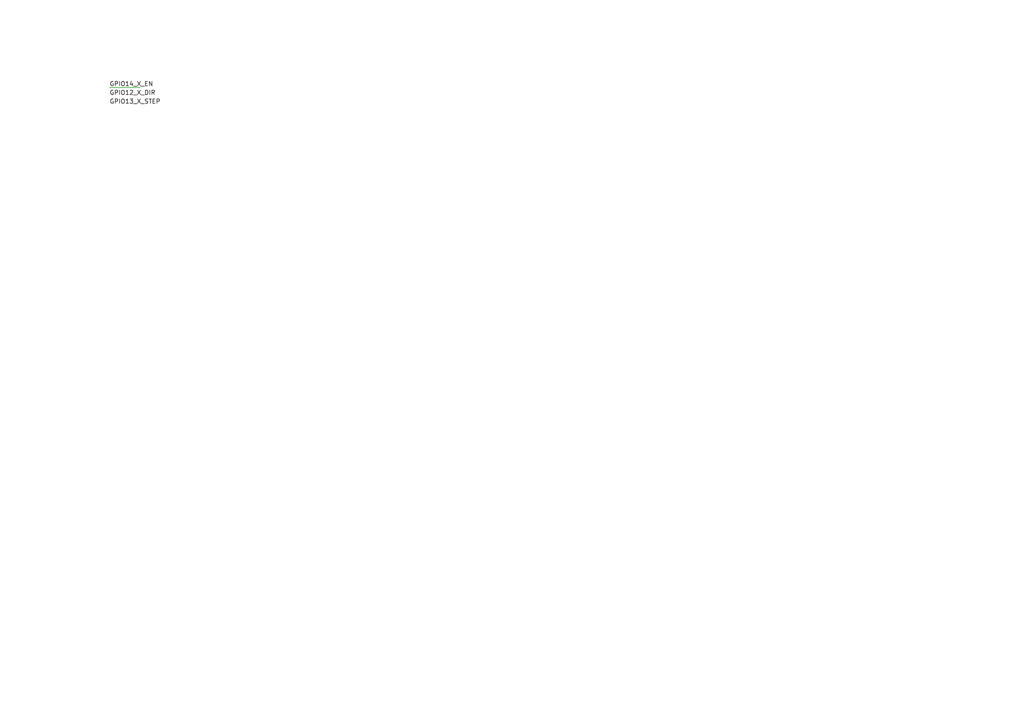
<source format=kicad_sch>
(kicad_sch
	(version 20250114)
	(generator "eeschema")
	(generator_version "9.0")
	(uuid "0ec26b1b-b6fa-47b4-a656-ff356ef3f3d0")
	(paper "A4")
	(lib_symbols)
	(wire
		(pts
			(xy 40.64 25.4) (xy 31.75 25.4)
		)
		(stroke
			(width 0)
			(type default)
		)
		(uuid "2c521200-331f-4a2d-9bdf-cd91f28e9bdb")
	)
	(label "GPIO14_X_EN"
		(at 31.75 25.4 0)
		(effects
			(font
				(size 1.27 1.27)
			)
			(justify left bottom)
		)
		(uuid "20a2328a-7e8a-474f-a480-f469369d0216")
	)
	(label "GPIO12_X_DIR"
		(at 31.75 27.94 0)
		(effects
			(font
				(size 1.27 1.27)
			)
			(justify left bottom)
		)
		(uuid "ab026e71-363f-4d7d-93aa-6dc0bd4bfa6c")
	)
	(label "GPIO13_X_STEP"
		(at 31.75 30.48 0)
		(effects
			(font
				(size 1.27 1.27)
			)
			(justify left bottom)
		)
		(uuid "f9bbb07f-12a3-4cab-a68e-9993afbde5c2")
	)
)

</source>
